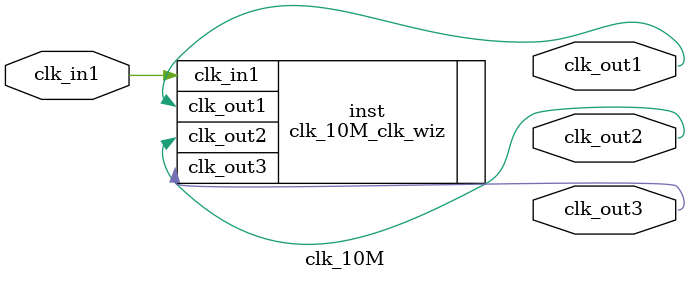
<source format=v>


`timescale 1ps/1ps

(* CORE_GENERATION_INFO = "clk_10M,clk_wiz_v6_0_0_0,{component_name=clk_10M,use_phase_alignment=true,use_min_o_jitter=false,use_max_i_jitter=false,use_dyn_phase_shift=false,use_inclk_switchover=false,use_dyn_reconfig=false,enable_axi=0,feedback_source=FDBK_AUTO,PRIMITIVE=MMCM,num_out_clk=3,clkin1_period=83.333,clkin2_period=10.0,use_power_down=false,use_reset=false,use_locked=false,use_inclk_stopped=false,feedback_type=SINGLE,CLOCK_MGR_TYPE=NA,manual_override=false}" *)

module clk_10M 
 (
  // Clock out ports
  output        clk_out1,
  output        clk_out2,
  output        clk_out3,
 // Clock in ports
  input         clk_in1
 );

  clk_10M_clk_wiz inst
  (
  // Clock out ports  
  .clk_out1(clk_out1),
  .clk_out2(clk_out2),
  .clk_out3(clk_out3),
 // Clock in ports
  .clk_in1(clk_in1)
  );

endmodule

</source>
